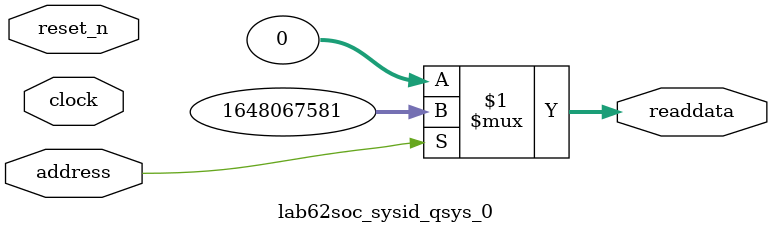
<source format=v>



// synthesis translate_off
`timescale 1ns / 1ps
// synthesis translate_on

// turn off superfluous verilog processor warnings 
// altera message_level Level1 
// altera message_off 10034 10035 10036 10037 10230 10240 10030 

module lab62soc_sysid_qsys_0 (
               // inputs:
                address,
                clock,
                reset_n,

               // outputs:
                readdata
             )
;

  output  [ 31: 0] readdata;
  input            address;
  input            clock;
  input            reset_n;

  wire    [ 31: 0] readdata;
  //control_slave, which is an e_avalon_slave
  assign readdata = address ? 1648067581 : 0;

endmodule



</source>
